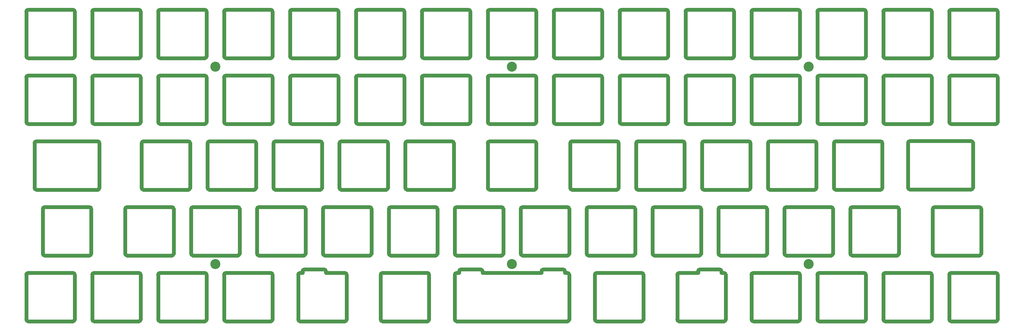
<source format=gbr>
%TF.GenerationSoftware,KiCad,Pcbnew,9.0.4*%
%TF.CreationDate,2026-01-18T18:40:26+01:00*%
%TF.ProjectId,tsuka60-pro-plate,7473756b-6136-4302-9d70-726f2d706c61,rev?*%
%TF.SameCoordinates,Original*%
%TF.FileFunction,Soldermask,Top*%
%TF.FilePolarity,Negative*%
%FSLAX46Y46*%
G04 Gerber Fmt 4.6, Leading zero omitted, Abs format (unit mm)*
G04 Created by KiCad (PCBNEW 9.0.4) date 2026-01-18 18:40:26*
%MOMM*%
%LPD*%
G01*
G04 APERTURE LIST*
%ADD10C,1.100000*%
%ADD11C,2.900000*%
G04 APERTURE END LIST*
D10*
%TO.C,S1*%
X144606250Y-158600000D02*
X144606250Y-171600000D01*
X145106250Y-172100000D02*
X158106250Y-172100000D01*
X145850000Y-158100000D02*
X145850000Y-157599999D01*
X145850606Y-158100000D02*
X145106250Y-158100000D01*
X152100000Y-157099999D02*
X146350000Y-157099999D01*
X152600000Y-158100000D02*
X152600000Y-157599999D01*
X158103486Y-158101116D02*
X152600000Y-158100000D01*
X158606250Y-171600000D02*
X158606250Y-158600000D01*
X189850000Y-158600000D02*
X189850000Y-171600000D01*
X190350000Y-172100000D02*
X203350000Y-172100000D01*
X191093750Y-158100000D02*
X191093750Y-157599999D01*
X191094961Y-158100000D02*
X190350000Y-158100000D01*
X197343750Y-157099999D02*
X191593750Y-157099999D01*
X197843750Y-158100000D02*
X197843750Y-157599999D01*
X199875000Y-172100000D02*
X212875000Y-172100000D01*
X199875000Y-172100000D02*
X212875000Y-172100000D01*
X209400000Y-172100000D02*
X222400000Y-172100000D01*
X214906250Y-158100000D02*
X197843750Y-158100000D01*
X214906250Y-158100000D02*
X214906250Y-157599999D01*
X221156250Y-157099999D02*
X215406250Y-157099999D01*
X221656250Y-158100000D02*
X221656250Y-157599999D01*
X222400000Y-158100000D02*
X221656250Y-158100000D01*
X222900000Y-171600000D02*
X222900000Y-158600000D01*
X254143750Y-158600000D02*
X254143750Y-171600000D01*
X254643750Y-172100000D02*
X267643750Y-172100000D01*
X260150000Y-158100000D02*
X254643750Y-158100000D01*
X260150000Y-158100000D02*
X260150000Y-157599999D01*
X266400000Y-157099999D02*
X260650000Y-157099999D01*
X266900000Y-158100000D02*
X266900000Y-157599999D01*
X267643750Y-158100000D02*
X266900000Y-158100000D01*
X268143750Y-171600000D02*
X268143750Y-158600000D01*
X144606250Y-158600000D02*
G75*
G02*
X145106250Y-158099950I500050J0D01*
G01*
X145106250Y-172100000D02*
G75*
G02*
X144606300Y-171600000I50J500000D01*
G01*
X145850000Y-157599999D02*
G75*
G02*
X146350000Y-157100000I500000J-1D01*
G01*
X152100000Y-157099999D02*
G75*
G02*
X152600001Y-157599999I0J-500001D01*
G01*
X158103486Y-158101116D02*
G75*
G02*
X158603484Y-158601116I14J-499984D01*
G01*
X158606250Y-171600000D02*
G75*
G02*
X158106250Y-172099950I-499950J0D01*
G01*
X189850000Y-158600000D02*
G75*
G02*
X190350000Y-158100000I500000J0D01*
G01*
X190350000Y-172100000D02*
G75*
G02*
X189850000Y-171600000I0J500000D01*
G01*
X191093750Y-157599999D02*
G75*
G02*
X191593750Y-157100050I499950J-1D01*
G01*
X197343750Y-157099999D02*
G75*
G02*
X197843801Y-157599999I-50J-500101D01*
G01*
X214906250Y-157599999D02*
G75*
G02*
X215406250Y-157099999I499998J2D01*
G01*
X221156250Y-157099999D02*
G75*
G02*
X221656250Y-157599999I-1J-500001D01*
G01*
X222397236Y-158101116D02*
G75*
G02*
X222897236Y-158601116I2J-499998D01*
G01*
X222900000Y-171600000D02*
G75*
G02*
X222400000Y-172100000I-499998J-2D01*
G01*
X254143750Y-158600000D02*
G75*
G02*
X254643750Y-158100000I500001J-1D01*
G01*
X254643750Y-172100000D02*
G75*
G02*
X254143750Y-171600000I1J500001D01*
G01*
X260150000Y-157599999D02*
G75*
G02*
X260650000Y-157099999I500001J-1D01*
G01*
X266400000Y-157099999D02*
G75*
G02*
X266900000Y-157599999I-1J-500001D01*
G01*
X267640986Y-158101116D02*
G75*
G02*
X268140986Y-158601116I2J-499998D01*
G01*
X268143750Y-171600000D02*
G75*
G02*
X267643750Y-172100000I-499998J-2D01*
G01*
%TO.C,MX56*%
X266050000Y-139550000D02*
X266050000Y-152550000D01*
X266550000Y-153050000D02*
X279550000Y-153050000D01*
X279550000Y-139050000D02*
X266550000Y-139050000D01*
X280050000Y-152550000D02*
X280050000Y-139550000D01*
X266050000Y-139550000D02*
G75*
G02*
X266550000Y-139050000I500000J0D01*
G01*
X266552764Y-153048884D02*
G75*
G02*
X266052716Y-152548884I36J500084D01*
G01*
X279550000Y-139050000D02*
G75*
G02*
X280050000Y-139550000I-1J-500001D01*
G01*
X280050000Y-152550000D02*
G75*
G02*
X279550000Y-153050000I-500001J1D01*
G01*
%TO.C,MX73*%
X294625000Y-158600000D02*
X294625000Y-171600000D01*
X295125000Y-172100000D02*
X308125000Y-172100000D01*
X308125000Y-158100000D02*
X295125000Y-158100000D01*
X308625000Y-171600000D02*
X308625000Y-158600000D01*
X294625000Y-158600000D02*
G75*
G02*
X295125000Y-158100000I500000J0D01*
G01*
X295127764Y-172098884D02*
G75*
G02*
X294627716Y-171598884I36J500084D01*
G01*
X308125000Y-158100000D02*
G75*
G02*
X308625000Y-158600000I-1J-500001D01*
G01*
X308625000Y-171600000D02*
G75*
G02*
X308125000Y-172100000I-500001J1D01*
G01*
%TO.C,MX39*%
X223187500Y-120500000D02*
X223187500Y-133500000D01*
X223687500Y-134000000D02*
X236687500Y-134000000D01*
X236687500Y-120000000D02*
X223687500Y-120000000D01*
X237187500Y-133500000D02*
X237187500Y-120500000D01*
X223187500Y-120500000D02*
G75*
G02*
X223687500Y-120000000I500000J0D01*
G01*
X223690264Y-133998884D02*
G75*
G02*
X223190216Y-133498884I36J500084D01*
G01*
X236687500Y-120000000D02*
G75*
G02*
X237187500Y-120500000I-1J-500001D01*
G01*
X237187500Y-133500000D02*
G75*
G02*
X236687500Y-134000000I-500001J1D01*
G01*
%TO.C,MX19*%
X123175000Y-101450000D02*
X123175000Y-114450000D01*
X123675000Y-114950000D02*
X136675000Y-114950000D01*
X136675000Y-100950000D02*
X123675000Y-100950000D01*
X137175000Y-114450000D02*
X137175000Y-101450000D01*
X123175000Y-101450000D02*
G75*
G02*
X123675000Y-100950000I500000J0D01*
G01*
X123677764Y-114948884D02*
G75*
G02*
X123177716Y-114448884I36J500084D01*
G01*
X136675000Y-100950000D02*
G75*
G02*
X137175000Y-101450000I-1J-500001D01*
G01*
X137175000Y-114450000D02*
G75*
G02*
X136675000Y-114950000I-500001J1D01*
G01*
%TO.C,MX5*%
X142225000Y-82400000D02*
X142225000Y-95400000D01*
X142725000Y-95900000D02*
X155725000Y-95900000D01*
X155725000Y-81900000D02*
X142725000Y-81900000D01*
X156225000Y-95400000D02*
X156225000Y-82400000D01*
X142225000Y-82400000D02*
G75*
G02*
X142725000Y-81900000I500000J0D01*
G01*
X142727764Y-95898884D02*
G75*
G02*
X142227716Y-95398884I36J500084D01*
G01*
X155725000Y-81900000D02*
G75*
G02*
X156225000Y-82400000I-1J-500001D01*
G01*
X156225000Y-95400000D02*
G75*
G02*
X155725000Y-95900000I-500001J1D01*
G01*
%TO.C,MX16*%
X66025000Y-101450000D02*
X66025000Y-114450000D01*
X66525000Y-114950000D02*
X79525000Y-114950000D01*
X79525000Y-100950000D02*
X66525000Y-100950000D01*
X80025000Y-114450000D02*
X80025000Y-101450000D01*
X66025000Y-101450000D02*
G75*
G02*
X66525000Y-100950000I500000J0D01*
G01*
X66527764Y-114948884D02*
G75*
G02*
X66027716Y-114448884I36J500084D01*
G01*
X79525000Y-100950000D02*
G75*
G02*
X80025000Y-101450000I-1J-500001D01*
G01*
X80025000Y-114450000D02*
G75*
G02*
X79525000Y-114950000I-500001J1D01*
G01*
%TO.C,MX51*%
X151750000Y-139550000D02*
X151750000Y-152550000D01*
X152250000Y-153050000D02*
X165250000Y-153050000D01*
X165250000Y-139050000D02*
X152250000Y-139050000D01*
X165750000Y-152550000D02*
X165750000Y-139550000D01*
X151750000Y-139550000D02*
G75*
G02*
X152250000Y-139050000I500000J0D01*
G01*
X152252764Y-153048884D02*
G75*
G02*
X151752716Y-152548884I36J500084D01*
G01*
X165250000Y-139050000D02*
G75*
G02*
X165750000Y-139550000I-1J-500001D01*
G01*
X165750000Y-152550000D02*
G75*
G02*
X165250000Y-153050000I-500001J1D01*
G01*
%TO.C,MX40*%
X242237500Y-120500000D02*
X242237500Y-133500000D01*
X242737500Y-134000000D02*
X255737500Y-134000000D01*
X255737500Y-120000000D02*
X242737500Y-120000000D01*
X256237500Y-133500000D02*
X256237500Y-120500000D01*
X242237500Y-120500000D02*
G75*
G02*
X242737500Y-120000000I500000J0D01*
G01*
X242740264Y-133998884D02*
G75*
G02*
X242240216Y-133498884I36J500084D01*
G01*
X255737500Y-120000000D02*
G75*
G02*
X256237500Y-120500000I-1J-500001D01*
G01*
X256237500Y-133500000D02*
G75*
G02*
X255737500Y-134000000I-500001J1D01*
G01*
%TO.C,MX8*%
X199375000Y-82400000D02*
X199375000Y-95400000D01*
X199875000Y-95900000D02*
X212875000Y-95900000D01*
X212875000Y-81900000D02*
X199875000Y-81900000D01*
X213375000Y-95400000D02*
X213375000Y-82400000D01*
X199375000Y-82400000D02*
G75*
G02*
X199875000Y-81900000I500000J0D01*
G01*
X199877764Y-95898884D02*
G75*
G02*
X199377716Y-95398884I36J500084D01*
G01*
X212875000Y-81900000D02*
G75*
G02*
X213375000Y-82400000I-1J-500001D01*
G01*
X213375000Y-95400000D02*
G75*
G02*
X212875000Y-95900000I-500001J1D01*
G01*
%TO.C,MX7*%
X180325000Y-82400000D02*
X180325000Y-95400000D01*
X180825000Y-95900000D02*
X193825000Y-95900000D01*
X193825000Y-81900000D02*
X180825000Y-81900000D01*
X194325000Y-95400000D02*
X194325000Y-82400000D01*
X180325000Y-82400000D02*
G75*
G02*
X180825000Y-81900000I500000J0D01*
G01*
X180827764Y-95898884D02*
G75*
G02*
X180327716Y-95398884I36J500084D01*
G01*
X193825000Y-81900000D02*
G75*
G02*
X194325000Y-82400000I-1J-500001D01*
G01*
X194325000Y-95400000D02*
G75*
G02*
X193825000Y-95900000I-500001J1D01*
G01*
%TO.C,MX26*%
X256525000Y-101450000D02*
X256525000Y-114450000D01*
X257025000Y-114950000D02*
X270025000Y-114950000D01*
X270025000Y-100950000D02*
X257025000Y-100950000D01*
X270525000Y-114450000D02*
X270525000Y-101450000D01*
X256525000Y-101450000D02*
G75*
G02*
X257025000Y-100950000I500000J0D01*
G01*
X257027764Y-114948884D02*
G75*
G02*
X256527716Y-114448884I36J500084D01*
G01*
X270025000Y-100950000D02*
G75*
G02*
X270525000Y-101450000I-1J-500001D01*
G01*
X270525000Y-114450000D02*
G75*
G02*
X270025000Y-114950000I-500001J1D01*
G01*
%TO.C,MX68*%
X208900000Y-139550000D02*
X208900000Y-152550000D01*
X209400000Y-153050000D02*
X222400000Y-153050000D01*
X222400000Y-139050000D02*
X209400000Y-139050000D01*
X222900000Y-152550000D02*
X222900000Y-139550000D01*
X208900000Y-139550000D02*
G75*
G02*
X209400000Y-139050000I500000J0D01*
G01*
X209402764Y-153048884D02*
G75*
G02*
X208902716Y-152548884I36J500084D01*
G01*
X222400000Y-139050000D02*
G75*
G02*
X222900000Y-139550000I-1J-500001D01*
G01*
X222900000Y-152550000D02*
G75*
G02*
X222400000Y-153050000I-500001J1D01*
G01*
%TO.C,MX41*%
X261287500Y-120500000D02*
X261287500Y-133500000D01*
X261787500Y-134000000D02*
X274787500Y-134000000D01*
X274787500Y-120000000D02*
X261787500Y-120000000D01*
X275287500Y-133500000D02*
X275287500Y-120500000D01*
X261287500Y-120500000D02*
G75*
G02*
X261787500Y-120000000I500000J0D01*
G01*
X261790264Y-133998884D02*
G75*
G02*
X261290216Y-133498884I36J500084D01*
G01*
X274787500Y-120000000D02*
G75*
G02*
X275287500Y-120500000I-1J-500001D01*
G01*
X275287500Y-133500000D02*
G75*
G02*
X274787500Y-134000000I-500001J1D01*
G01*
%TO.C,MX48*%
X94600000Y-139550000D02*
X94600000Y-152550000D01*
X95100000Y-153050000D02*
X108100000Y-153050000D01*
X108100000Y-139050000D02*
X95100000Y-139050000D01*
X108600000Y-152550000D02*
X108600000Y-139550000D01*
X94600000Y-139550000D02*
G75*
G02*
X95100000Y-139050000I500000J0D01*
G01*
X95102764Y-153048884D02*
G75*
G02*
X94602716Y-152548884I36J500084D01*
G01*
X108100000Y-139050000D02*
G75*
G02*
X108600000Y-139550000I-1J-500001D01*
G01*
X108600000Y-152550000D02*
G75*
G02*
X108100000Y-153050000I-500001J1D01*
G01*
%TO.C,MX22*%
X180325000Y-101450000D02*
X180325000Y-114450000D01*
X180825000Y-114950000D02*
X193825000Y-114950000D01*
X193825000Y-100950000D02*
X180825000Y-100950000D01*
X194325000Y-114450000D02*
X194325000Y-101450000D01*
X180325000Y-101450000D02*
G75*
G02*
X180825000Y-100950000I500000J0D01*
G01*
X180827764Y-114948884D02*
G75*
G02*
X180327716Y-114448884I36J500084D01*
G01*
X193825000Y-100950000D02*
G75*
G02*
X194325000Y-101450000I-1J-500001D01*
G01*
X194325000Y-114450000D02*
G75*
G02*
X193825000Y-114950000I-500001J1D01*
G01*
%TO.C,MX35*%
X137462500Y-120500000D02*
X137462500Y-133500000D01*
X137962500Y-134000000D02*
X150962500Y-134000000D01*
X150962500Y-120000000D02*
X137962500Y-120000000D01*
X151462500Y-133500000D02*
X151462500Y-120500000D01*
X137462500Y-120500000D02*
G75*
G02*
X137962500Y-120000000I500000J0D01*
G01*
X137965264Y-133998884D02*
G75*
G02*
X137465216Y-133498884I36J500084D01*
G01*
X150962500Y-120000000D02*
G75*
G02*
X151462500Y-120500000I-1J-500001D01*
G01*
X151462500Y-133500000D02*
G75*
G02*
X150962500Y-134000000I-500001J1D01*
G01*
%TO.C,MX2*%
X85075000Y-82400000D02*
X85075000Y-95400000D01*
X85575000Y-95900000D02*
X98575000Y-95900000D01*
X98575000Y-81900000D02*
X85575000Y-81900000D01*
X99075000Y-95400000D02*
X99075000Y-82400000D01*
X85075000Y-82400000D02*
G75*
G02*
X85575000Y-81900000I500001J-1D01*
G01*
X85575000Y-95900000D02*
G75*
G02*
X85075000Y-95400000I1J500001D01*
G01*
X98572236Y-81901116D02*
G75*
G02*
X99072284Y-82401116I-36J-500084D01*
G01*
X99075000Y-95400000D02*
G75*
G02*
X98575000Y-95900000I-500000J0D01*
G01*
%TO.C,MX66*%
X168418750Y-158600000D02*
X168418750Y-171600000D01*
X168918750Y-172100000D02*
X181918750Y-172100000D01*
X181918750Y-158100000D02*
X168918750Y-158100000D01*
X182418750Y-171600000D02*
X182418750Y-158600000D01*
X168418750Y-158600000D02*
G75*
G02*
X168918750Y-158100000I500000J0D01*
G01*
X168921514Y-172098884D02*
G75*
G02*
X168421466Y-171598884I36J500084D01*
G01*
X181918750Y-158100000D02*
G75*
G02*
X182418750Y-158600000I-1J-500001D01*
G01*
X182418750Y-171600000D02*
G75*
G02*
X181918750Y-172100000I-500001J1D01*
G01*
%TO.C,MX14*%
X313675000Y-82400000D02*
X313675000Y-95400000D01*
X314175000Y-95900000D02*
X327175000Y-95900000D01*
X327175000Y-81900000D02*
X314175000Y-81900000D01*
X327675000Y-95400000D02*
X327675000Y-82400000D01*
X313675000Y-82400000D02*
G75*
G02*
X314175000Y-81900000I500000J0D01*
G01*
X314177764Y-95898884D02*
G75*
G02*
X313677716Y-95398884I36J500084D01*
G01*
X327175000Y-81900000D02*
G75*
G02*
X327675000Y-82400000I-1J-500001D01*
G01*
X327675000Y-95400000D02*
G75*
G02*
X327175000Y-95900000I-500001J1D01*
G01*
%TO.C,MX54*%
X227950000Y-139550000D02*
X227950000Y-152550000D01*
X228450000Y-153050000D02*
X241450000Y-153050000D01*
X241450000Y-139050000D02*
X228450000Y-139050000D01*
X241950000Y-152550000D02*
X241950000Y-139550000D01*
X227950000Y-139550000D02*
G75*
G02*
X228450000Y-139050000I500000J0D01*
G01*
X228452764Y-153048884D02*
G75*
G02*
X227952716Y-152548884I36J500084D01*
G01*
X241450000Y-139050000D02*
G75*
G02*
X241950000Y-139550000I-1J-500001D01*
G01*
X241950000Y-152550000D02*
G75*
G02*
X241450000Y-153050000I-500001J1D01*
G01*
%TO.C,MX10*%
X237475000Y-82400000D02*
X237475000Y-95400000D01*
X237975000Y-95900000D02*
X250975000Y-95900000D01*
X250975000Y-81900000D02*
X237975000Y-81900000D01*
X251475000Y-95400000D02*
X251475000Y-82400000D01*
X237475000Y-82400000D02*
G75*
G02*
X237975000Y-81900000I500000J0D01*
G01*
X237977764Y-95898884D02*
G75*
G02*
X237477716Y-95398884I36J500084D01*
G01*
X250975000Y-81900000D02*
G75*
G02*
X251475000Y-82400000I-1J-500001D01*
G01*
X251475000Y-95400000D02*
G75*
G02*
X250975000Y-95900000I-500001J1D01*
G01*
%TO.C,MX20*%
X142225000Y-101450000D02*
X142225000Y-114450000D01*
X142725000Y-114950000D02*
X155725000Y-114950000D01*
X155725000Y-100950000D02*
X142725000Y-100950000D01*
X156225000Y-114450000D02*
X156225000Y-101450000D01*
X142225000Y-101450000D02*
G75*
G02*
X142725000Y-100950000I500000J0D01*
G01*
X142727764Y-114948884D02*
G75*
G02*
X142227716Y-114448884I36J500084D01*
G01*
X155725000Y-100950000D02*
G75*
G02*
X156225000Y-101450000I-1J-500001D01*
G01*
X156225000Y-114450000D02*
G75*
G02*
X155725000Y-114950000I-500001J1D01*
G01*
%TO.C,MX32_2*%
X68406250Y-120500000D02*
X68406250Y-133500000D01*
X68906250Y-134000000D02*
X86668750Y-134000000D01*
X86665986Y-120001116D02*
X68906250Y-120000000D01*
X87168750Y-133500000D02*
X87168750Y-120500000D01*
X68406250Y-120500000D02*
G75*
G02*
X68906250Y-120000000I500087J-87D01*
G01*
X68906250Y-134000000D02*
G75*
G02*
X68406250Y-133500000I-36J499964D01*
G01*
X86665986Y-120001116D02*
G75*
G02*
X87166034Y-120501116I-36J-500084D01*
G01*
X87168750Y-133500000D02*
G75*
G02*
X86668750Y-134000000I-500000J0D01*
G01*
%TO.C,MX42*%
X280337500Y-120500000D02*
X280337500Y-133500000D01*
X280837500Y-134000000D02*
X293837500Y-134000000D01*
X293837500Y-120000000D02*
X280837500Y-120000000D01*
X294337500Y-133500000D02*
X294337500Y-120500000D01*
X280337500Y-120500000D02*
G75*
G02*
X280837500Y-120000000I500000J0D01*
G01*
X280840264Y-133998884D02*
G75*
G02*
X280340216Y-133498884I36J500084D01*
G01*
X293837500Y-120000000D02*
G75*
G02*
X294337500Y-120500000I-1J-500001D01*
G01*
X294337500Y-133500000D02*
G75*
G02*
X293837500Y-134000000I-500001J1D01*
G01*
%TO.C,MX24*%
X218425000Y-101450000D02*
X218425000Y-114450000D01*
X218925000Y-114950000D02*
X231925000Y-114950000D01*
X231925000Y-100950000D02*
X218925000Y-100950000D01*
X232425000Y-114450000D02*
X232425000Y-101450000D01*
X218425000Y-101450000D02*
G75*
G02*
X218925000Y-100950000I500000J0D01*
G01*
X218927764Y-114948884D02*
G75*
G02*
X218427716Y-114448884I36J500084D01*
G01*
X231925000Y-100950000D02*
G75*
G02*
X232425000Y-101450000I-1J-500001D01*
G01*
X232425000Y-114450000D02*
G75*
G02*
X231925000Y-114950000I-500001J1D01*
G01*
%TO.C,MX12*%
X275575000Y-82400000D02*
X275575000Y-95400000D01*
X276075000Y-95900000D02*
X289075000Y-95900000D01*
X289075000Y-81900000D02*
X276075000Y-81900000D01*
X289575000Y-95400000D02*
X289575000Y-82400000D01*
X275575000Y-82400000D02*
G75*
G02*
X276075000Y-81900000I500000J0D01*
G01*
X276077764Y-95898884D02*
G75*
G02*
X275577716Y-95398884I36J500084D01*
G01*
X289075000Y-81900000D02*
G75*
G02*
X289575000Y-82400000I-1J-500001D01*
G01*
X289575000Y-95400000D02*
G75*
G02*
X289075000Y-95900000I-500001J1D01*
G01*
%TO.C,MX15*%
X332725000Y-82400000D02*
X332725000Y-95400000D01*
X333225000Y-95900000D02*
X346225000Y-95900000D01*
X346225000Y-81900000D02*
X333225000Y-81900000D01*
X346725000Y-95400000D02*
X346725000Y-82400000D01*
X332725000Y-82400000D02*
G75*
G02*
X333225000Y-81900000I500000J0D01*
G01*
X333227764Y-95898884D02*
G75*
G02*
X332727716Y-95398884I36J500084D01*
G01*
X346225000Y-81900000D02*
G75*
G02*
X346725000Y-82400000I-1J-500001D01*
G01*
X346725000Y-95400000D02*
G75*
G02*
X346225000Y-95900000I-500001J1D01*
G01*
%TO.C,MX50*%
X132700000Y-139550000D02*
X132700000Y-152550000D01*
X133200000Y-153050000D02*
X146200000Y-153050000D01*
X146200000Y-139050000D02*
X133200000Y-139050000D01*
X146700000Y-152550000D02*
X146700000Y-139550000D01*
X132700000Y-139550000D02*
G75*
G02*
X133200000Y-139050000I500000J0D01*
G01*
X133202764Y-153048884D02*
G75*
G02*
X132702716Y-152548884I36J500084D01*
G01*
X146200000Y-139050000D02*
G75*
G02*
X146700000Y-139550000I-1J-500001D01*
G01*
X146700000Y-152550000D02*
G75*
G02*
X146200000Y-153050000I-500001J1D01*
G01*
%TO.C,MX1*%
X66025000Y-82400000D02*
X66025000Y-95400000D01*
X66525000Y-95900000D02*
X79525000Y-95900000D01*
X79525000Y-81900000D02*
X66525000Y-81900000D01*
X80025000Y-95400000D02*
X80025000Y-82400000D01*
X66025000Y-82400000D02*
G75*
G02*
X66525000Y-81900000I500001J-1D01*
G01*
X66525000Y-95900000D02*
G75*
G02*
X66025000Y-95400000I1J500001D01*
G01*
X79522236Y-81901116D02*
G75*
G02*
X80022284Y-82401116I-36J-500084D01*
G01*
X80025000Y-95400000D02*
G75*
G02*
X79525000Y-95900000I-500000J0D01*
G01*
%TO.C,MX29*%
X313675000Y-101450000D02*
X313675000Y-114450000D01*
X314175000Y-114950000D02*
X327175000Y-114950000D01*
X327175000Y-100950000D02*
X314175000Y-100950000D01*
X327675000Y-114450000D02*
X327675000Y-101450000D01*
X313675000Y-101450000D02*
G75*
G02*
X314175000Y-100950000I500000J0D01*
G01*
X314177764Y-114948884D02*
G75*
G02*
X313677716Y-114448884I36J500084D01*
G01*
X327175000Y-100950000D02*
G75*
G02*
X327675000Y-101450000I-1J-500001D01*
G01*
X327675000Y-114450000D02*
G75*
G02*
X327175000Y-114950000I-500001J1D01*
G01*
%TO.C,MX57*%
X285100000Y-139550000D02*
X285100000Y-152550000D01*
X285600000Y-153050000D02*
X298600000Y-153050000D01*
X298600000Y-139050000D02*
X285600000Y-139050000D01*
X299100000Y-152550000D02*
X299100000Y-139550000D01*
X285100000Y-139550000D02*
G75*
G02*
X285600000Y-139050000I500000J0D01*
G01*
X285602764Y-153048884D02*
G75*
G02*
X285102716Y-152548884I36J500084D01*
G01*
X298600000Y-139050000D02*
G75*
G02*
X299100000Y-139550000I-1J-500001D01*
G01*
X299100000Y-152550000D02*
G75*
G02*
X298600000Y-153050000I-500001J1D01*
G01*
%TO.C,MX18*%
X104125000Y-101450000D02*
X104125000Y-114450000D01*
X104625000Y-114950000D02*
X117625000Y-114950000D01*
X117625000Y-100950000D02*
X104625000Y-100950000D01*
X118125000Y-114450000D02*
X118125000Y-101450000D01*
X104125000Y-101450000D02*
G75*
G02*
X104625000Y-100950000I500000J0D01*
G01*
X104627764Y-114948884D02*
G75*
G02*
X104127716Y-114448884I36J500084D01*
G01*
X117625000Y-100950000D02*
G75*
G02*
X118125000Y-101450000I-1J-500001D01*
G01*
X118125000Y-114450000D02*
G75*
G02*
X117625000Y-114950000I-500001J1D01*
G01*
%TO.C,MX21*%
X161275000Y-101450000D02*
X161275000Y-114450000D01*
X161775000Y-114950000D02*
X174775000Y-114950000D01*
X174775000Y-100950000D02*
X161775000Y-100950000D01*
X175275000Y-114450000D02*
X175275000Y-101450000D01*
X161275000Y-101450000D02*
G75*
G02*
X161775000Y-100950000I500000J0D01*
G01*
X161777764Y-114948884D02*
G75*
G02*
X161277716Y-114448884I36J500084D01*
G01*
X174775000Y-100950000D02*
G75*
G02*
X175275000Y-101450000I-1J-500001D01*
G01*
X175275000Y-114450000D02*
G75*
G02*
X174775000Y-114950000I-500001J1D01*
G01*
%TO.C,MX59*%
X327962500Y-139550000D02*
X327962500Y-152550000D01*
X328462500Y-153050000D02*
X341462500Y-153050000D01*
X341462500Y-139050000D02*
X328462500Y-139050000D01*
X341962500Y-152550000D02*
X341962500Y-139550000D01*
X327962500Y-139550000D02*
G75*
G02*
X328462500Y-139050000I500000J0D01*
G01*
X328465264Y-153048884D02*
G75*
G02*
X327965216Y-152548884I36J500084D01*
G01*
X341462500Y-139050000D02*
G75*
G02*
X341962500Y-139550000I-1J-500001D01*
G01*
X341962500Y-152550000D02*
G75*
G02*
X341462500Y-153050000I-500001J1D01*
G01*
%TO.C,MX43*%
X299387500Y-120500000D02*
X299387500Y-133500000D01*
X299887500Y-134000000D02*
X312887500Y-134000000D01*
X312887500Y-120000000D02*
X299887500Y-120000000D01*
X313387500Y-133500000D02*
X313387500Y-120500000D01*
X299387500Y-120500000D02*
G75*
G02*
X299887500Y-120000000I500000J0D01*
G01*
X299890264Y-133998884D02*
G75*
G02*
X299390216Y-133498884I36J500084D01*
G01*
X312887500Y-120000000D02*
G75*
G02*
X313387500Y-120500000I-1J-500001D01*
G01*
X313387500Y-133500000D02*
G75*
G02*
X312887500Y-134000000I-500001J1D01*
G01*
%TO.C,MX75*%
X332725000Y-158600000D02*
X332725000Y-171600000D01*
X333225000Y-172100000D02*
X346225000Y-172100000D01*
X346225000Y-158100000D02*
X333225000Y-158100000D01*
X346725000Y-171600000D02*
X346725000Y-158600000D01*
X332725000Y-158600000D02*
G75*
G02*
X333225000Y-158100000I500000J0D01*
G01*
X333227764Y-172098884D02*
G75*
G02*
X332727716Y-171598884I36J500084D01*
G01*
X346225000Y-158100000D02*
G75*
G02*
X346725000Y-158600000I-1J-500001D01*
G01*
X346725000Y-171600000D02*
G75*
G02*
X346225000Y-172100000I-500001J1D01*
G01*
%TO.C,MX38*%
X199375000Y-120500000D02*
X199375000Y-133500000D01*
X199875000Y-134000000D02*
X212875000Y-134000000D01*
X212875000Y-120000000D02*
X199875000Y-120000000D01*
X213375000Y-133500000D02*
X213375000Y-120500000D01*
X199375000Y-120500000D02*
G75*
G02*
X199875000Y-120000000I500000J0D01*
G01*
X199877764Y-133998884D02*
G75*
G02*
X199377716Y-133498884I36J500084D01*
G01*
X212875000Y-120000000D02*
G75*
G02*
X213375000Y-120500000I-1J-500001D01*
G01*
X213375000Y-133500000D02*
G75*
G02*
X212875000Y-134000000I-500001J1D01*
G01*
%TO.C,MX36*%
X156512500Y-120500000D02*
X156512500Y-133500000D01*
X157012500Y-134000000D02*
X170012500Y-134000000D01*
X170012500Y-120000000D02*
X157012500Y-120000000D01*
X170512500Y-133500000D02*
X170512500Y-120500000D01*
X156512500Y-120500000D02*
G75*
G02*
X157012500Y-120000000I500000J0D01*
G01*
X157015264Y-133998884D02*
G75*
G02*
X156515216Y-133498884I36J500084D01*
G01*
X170012500Y-120000000D02*
G75*
G02*
X170512500Y-120500000I-1J-500001D01*
G01*
X170512500Y-133500000D02*
G75*
G02*
X170012500Y-134000000I-500001J1D01*
G01*
%TO.C,MX11*%
X256525000Y-82400000D02*
X256525000Y-95400000D01*
X257025000Y-95900000D02*
X270025000Y-95900000D01*
X270025000Y-81900000D02*
X257025000Y-81900000D01*
X270525000Y-95400000D02*
X270525000Y-82400000D01*
X256525000Y-82400000D02*
G75*
G02*
X257025000Y-81900000I500000J0D01*
G01*
X257027764Y-95898884D02*
G75*
G02*
X256527716Y-95398884I36J500084D01*
G01*
X270025000Y-81900000D02*
G75*
G02*
X270525000Y-82400000I-1J-500001D01*
G01*
X270525000Y-95400000D02*
G75*
G02*
X270025000Y-95900000I-500001J1D01*
G01*
%TO.C,MX61*%
X66025000Y-158600000D02*
X66025000Y-171600000D01*
X66525000Y-172100000D02*
X79525000Y-172100000D01*
X79525000Y-158100000D02*
X66525000Y-158100000D01*
X80025000Y-171600000D02*
X80025000Y-158600000D01*
X66025000Y-158600000D02*
G75*
G02*
X66525000Y-158100000I500000J0D01*
G01*
X66527764Y-172098884D02*
G75*
G02*
X66027716Y-171598884I36J500084D01*
G01*
X79525000Y-158100000D02*
G75*
G02*
X80025000Y-158600000I-1J-500001D01*
G01*
X80025000Y-171600000D02*
G75*
G02*
X79525000Y-172100000I-500001J1D01*
G01*
%TO.C,MX27*%
X275575000Y-101450000D02*
X275575000Y-114450000D01*
X276075000Y-114950000D02*
X289075000Y-114950000D01*
X289075000Y-100950000D02*
X276075000Y-100950000D01*
X289575000Y-114450000D02*
X289575000Y-101450000D01*
X275575000Y-101450000D02*
G75*
G02*
X276075000Y-100950000I500000J0D01*
G01*
X276077764Y-114948884D02*
G75*
G02*
X275577716Y-114448884I36J500084D01*
G01*
X289075000Y-100950000D02*
G75*
G02*
X289575000Y-101450000I-1J-500001D01*
G01*
X289575000Y-114450000D02*
G75*
G02*
X289075000Y-114950000I-500001J1D01*
G01*
%TO.C,MX47*%
X70787500Y-139550000D02*
X70787500Y-152550000D01*
X71287500Y-153050000D02*
X84287500Y-153050000D01*
X84287500Y-139050000D02*
X71287500Y-139050000D01*
X84787500Y-152550000D02*
X84787500Y-139550000D01*
X70787500Y-139550000D02*
G75*
G02*
X71287500Y-139050000I500000J0D01*
G01*
X71290264Y-153048884D02*
G75*
G02*
X70790216Y-152548884I36J500084D01*
G01*
X84287500Y-139050000D02*
G75*
G02*
X84787500Y-139550000I-1J-500001D01*
G01*
X84787500Y-152550000D02*
G75*
G02*
X84287500Y-153050000I-500001J1D01*
G01*
%TO.C,MX3*%
X104125000Y-82400000D02*
X104125000Y-95400000D01*
X104625000Y-95900000D02*
X117625000Y-95900000D01*
X117625000Y-81900000D02*
X104625000Y-81900000D01*
X118125000Y-95400000D02*
X118125000Y-82400000D01*
X104125000Y-82400000D02*
G75*
G02*
X104625000Y-81900000I500000J0D01*
G01*
X104627764Y-95898884D02*
G75*
G02*
X104127716Y-95398884I36J500084D01*
G01*
X117625000Y-81900000D02*
G75*
G02*
X118125000Y-82400000I-1J-500001D01*
G01*
X118125000Y-95400000D02*
G75*
G02*
X117625000Y-95900000I-500001J1D01*
G01*
%TO.C,MX33*%
X99362500Y-120500000D02*
X99362500Y-133500000D01*
X99862500Y-134000000D02*
X112862500Y-134000000D01*
X112862500Y-120000000D02*
X99862500Y-120000000D01*
X113362500Y-133500000D02*
X113362500Y-120500000D01*
X99362500Y-120500000D02*
G75*
G02*
X99862500Y-120000000I500000J0D01*
G01*
X99865264Y-133998884D02*
G75*
G02*
X99365216Y-133498884I36J500084D01*
G01*
X112862500Y-120000000D02*
G75*
G02*
X113362500Y-120500000I-1J-500001D01*
G01*
X113362500Y-133500000D02*
G75*
G02*
X112862500Y-134000000I-500001J1D01*
G01*
%TO.C,MX49*%
X113650000Y-139550000D02*
X113650000Y-152550000D01*
X114150000Y-153050000D02*
X127150000Y-153050000D01*
X127150000Y-139050000D02*
X114150000Y-139050000D01*
X127650000Y-152550000D02*
X127650000Y-139550000D01*
X113650000Y-139550000D02*
G75*
G02*
X114150000Y-139050000I500000J0D01*
G01*
X114152764Y-153048884D02*
G75*
G02*
X113652716Y-152548884I36J500084D01*
G01*
X127150000Y-139050000D02*
G75*
G02*
X127650000Y-139550000I-1J-500001D01*
G01*
X127650000Y-152550000D02*
G75*
G02*
X127150000Y-153050000I-500001J1D01*
G01*
%TO.C,MX64*%
X123175000Y-158600000D02*
X123175000Y-171600000D01*
X123675000Y-172100000D02*
X136675000Y-172100000D01*
X136675000Y-158100000D02*
X123675000Y-158100000D01*
X137175000Y-171600000D02*
X137175000Y-158600000D01*
X123175000Y-158600000D02*
G75*
G02*
X123675000Y-158100000I500000J0D01*
G01*
X123677764Y-172098884D02*
G75*
G02*
X123177716Y-171598884I36J500084D01*
G01*
X136675000Y-158100000D02*
G75*
G02*
X137175000Y-158600000I-1J-500001D01*
G01*
X137175000Y-171600000D02*
G75*
G02*
X136675000Y-172100000I-500001J1D01*
G01*
%TO.C,MX23*%
X199375000Y-101450000D02*
X199375000Y-114450000D01*
X199875000Y-114950000D02*
X212875000Y-114950000D01*
X212875000Y-100950000D02*
X199875000Y-100950000D01*
X213375000Y-114450000D02*
X213375000Y-101450000D01*
X199375000Y-101450000D02*
G75*
G02*
X199875000Y-100950000I500000J0D01*
G01*
X199877764Y-114948884D02*
G75*
G02*
X199377716Y-114448884I36J500084D01*
G01*
X212875000Y-100950000D02*
G75*
G02*
X213375000Y-101450000I-1J-500001D01*
G01*
X213375000Y-114450000D02*
G75*
G02*
X212875000Y-114950000I-500001J1D01*
G01*
%TO.C,MX13*%
X294625000Y-82400000D02*
X294625000Y-95400000D01*
X295125000Y-95900000D02*
X308125000Y-95900000D01*
X308125000Y-81900000D02*
X295125000Y-81900000D01*
X308625000Y-95400000D02*
X308625000Y-82400000D01*
X294625000Y-82400000D02*
G75*
G02*
X295125000Y-81900000I500000J0D01*
G01*
X295127764Y-95898884D02*
G75*
G02*
X294627716Y-95398884I36J500084D01*
G01*
X308125000Y-81900000D02*
G75*
G02*
X308625000Y-82400000I-1J-500001D01*
G01*
X308625000Y-95400000D02*
G75*
G02*
X308125000Y-95900000I-500001J1D01*
G01*
%TO.C,MX9*%
X218425000Y-82400000D02*
X218425000Y-95400000D01*
X218925000Y-95900000D02*
X231925000Y-95900000D01*
X231925000Y-81900000D02*
X218925000Y-81900000D01*
X232425000Y-95400000D02*
X232425000Y-82400000D01*
X218425000Y-82400000D02*
G75*
G02*
X218925000Y-81900000I500000J0D01*
G01*
X218927764Y-95898884D02*
G75*
G02*
X218427716Y-95398884I36J500084D01*
G01*
X231925000Y-81900000D02*
G75*
G02*
X232425000Y-82400000I-1J-500001D01*
G01*
X232425000Y-95400000D02*
G75*
G02*
X231925000Y-95900000I-500001J1D01*
G01*
%TO.C,MX34*%
X118412500Y-120500000D02*
X118412500Y-133500000D01*
X118912500Y-134000000D02*
X131912500Y-134000000D01*
X131912500Y-120000000D02*
X118912500Y-120000000D01*
X132412500Y-133500000D02*
X132412500Y-120500000D01*
X118412500Y-120500000D02*
G75*
G02*
X118912500Y-120000000I500000J0D01*
G01*
X118915264Y-133998884D02*
G75*
G02*
X118415216Y-133498884I36J500084D01*
G01*
X131912500Y-120000000D02*
G75*
G02*
X132412500Y-120500000I-1J-500001D01*
G01*
X132412500Y-133500000D02*
G75*
G02*
X131912500Y-134000000I-500001J1D01*
G01*
%TO.C,MX63*%
X104125000Y-158600000D02*
X104125000Y-171600000D01*
X104625000Y-172100000D02*
X117625000Y-172100000D01*
X117625000Y-158100000D02*
X104625000Y-158100000D01*
X118125000Y-171600000D02*
X118125000Y-158600000D01*
X104125000Y-158600000D02*
G75*
G02*
X104625000Y-158100000I500000J0D01*
G01*
X104627764Y-172098884D02*
G75*
G02*
X104127716Y-171598884I36J500084D01*
G01*
X117625000Y-158100000D02*
G75*
G02*
X118125000Y-158600000I-1J-500001D01*
G01*
X118125000Y-171600000D02*
G75*
G02*
X117625000Y-172100000I-500001J1D01*
G01*
%TO.C,MX53*%
X189850000Y-139550000D02*
X189850000Y-152550000D01*
X190350000Y-153050000D02*
X203350000Y-153050000D01*
X203350000Y-139050000D02*
X190350000Y-139050000D01*
X203850000Y-152550000D02*
X203850000Y-139550000D01*
X189850000Y-139550000D02*
G75*
G02*
X190350000Y-139050000I500000J0D01*
G01*
X190352764Y-153048884D02*
G75*
G02*
X189852716Y-152548884I36J500084D01*
G01*
X203350000Y-139050000D02*
G75*
G02*
X203850000Y-139550000I-1J-500001D01*
G01*
X203850000Y-152550000D02*
G75*
G02*
X203350000Y-153050000I-500001J1D01*
G01*
%TO.C,MX74*%
X313675000Y-158600000D02*
X313675000Y-171600000D01*
X314175000Y-172100000D02*
X327175000Y-172100000D01*
X327175000Y-158100000D02*
X314175000Y-158100000D01*
X327675000Y-171600000D02*
X327675000Y-158600000D01*
X313675000Y-158600000D02*
G75*
G02*
X314175000Y-158100000I500000J0D01*
G01*
X314177764Y-172098884D02*
G75*
G02*
X313677716Y-171598884I36J500084D01*
G01*
X327175000Y-158100000D02*
G75*
G02*
X327675000Y-158600000I-1J-500001D01*
G01*
X327675000Y-171600000D02*
G75*
G02*
X327175000Y-172100000I-500001J1D01*
G01*
%TO.C,MX4*%
X123175000Y-82400000D02*
X123175000Y-95400000D01*
X123675000Y-95900000D02*
X136675000Y-95900000D01*
X136675000Y-81900000D02*
X123675000Y-81900000D01*
X137175000Y-95400000D02*
X137175000Y-82400000D01*
X123175000Y-82400000D02*
G75*
G02*
X123675000Y-81900000I500000J0D01*
G01*
X123677764Y-95898884D02*
G75*
G02*
X123177716Y-95398884I36J500084D01*
G01*
X136675000Y-81900000D02*
G75*
G02*
X137175000Y-82400000I-1J-500001D01*
G01*
X137175000Y-95400000D02*
G75*
G02*
X136675000Y-95900000I-500001J1D01*
G01*
%TO.C,MX52*%
X170800000Y-139550000D02*
X170800000Y-152550000D01*
X171300000Y-153050000D02*
X184300000Y-153050000D01*
X184300000Y-139050000D02*
X171300000Y-139050000D01*
X184800000Y-152550000D02*
X184800000Y-139550000D01*
X170800000Y-139550000D02*
G75*
G02*
X171300000Y-139050000I500000J0D01*
G01*
X171302764Y-153048884D02*
G75*
G02*
X170802716Y-152548884I36J500084D01*
G01*
X184300000Y-139050000D02*
G75*
G02*
X184800000Y-139550000I-1J-500001D01*
G01*
X184800000Y-152550000D02*
G75*
G02*
X184300000Y-153050000I-500001J1D01*
G01*
%TO.C,MX55*%
X247000000Y-139550000D02*
X247000000Y-152550000D01*
X247500000Y-153050000D02*
X260500000Y-153050000D01*
X260500000Y-139050000D02*
X247500000Y-139050000D01*
X261000000Y-152550000D02*
X261000000Y-139550000D01*
X247000000Y-139550000D02*
G75*
G02*
X247500000Y-139050000I500000J0D01*
G01*
X247502764Y-153048884D02*
G75*
G02*
X247002716Y-152548884I36J500084D01*
G01*
X260500000Y-139050000D02*
G75*
G02*
X261000000Y-139550000I-1J-500001D01*
G01*
X261000000Y-152550000D02*
G75*
G02*
X260500000Y-153050000I-500001J1D01*
G01*
%TO.C,MX25*%
X237475000Y-101450000D02*
X237475000Y-114450000D01*
X237975000Y-114950000D02*
X250975000Y-114950000D01*
X250975000Y-100950000D02*
X237975000Y-100950000D01*
X251475000Y-114450000D02*
X251475000Y-101450000D01*
X237475000Y-101450000D02*
G75*
G02*
X237975000Y-100950000I500000J0D01*
G01*
X237977764Y-114948884D02*
G75*
G02*
X237477716Y-114448884I36J500084D01*
G01*
X250975000Y-100950000D02*
G75*
G02*
X251475000Y-101450000I-1J-500001D01*
G01*
X251475000Y-114450000D02*
G75*
G02*
X250975000Y-114950000I-500001J1D01*
G01*
%TO.C,MX72*%
X275575000Y-158600000D02*
X275575000Y-171600000D01*
X276075000Y-172100000D02*
X289075000Y-172100000D01*
X289075000Y-158100000D02*
X276075000Y-158100000D01*
X289575000Y-171600000D02*
X289575000Y-158600000D01*
X275575000Y-158600000D02*
G75*
G02*
X276075000Y-158100000I500000J0D01*
G01*
X276077764Y-172098884D02*
G75*
G02*
X275577716Y-171598884I36J500084D01*
G01*
X289075000Y-158100000D02*
G75*
G02*
X289575000Y-158600000I-1J-500001D01*
G01*
X289575000Y-171600000D02*
G75*
G02*
X289075000Y-172100000I-500001J1D01*
G01*
%TO.C,MX30*%
X332725000Y-101450000D02*
X332725000Y-114450000D01*
X333225000Y-114950000D02*
X346225000Y-114950000D01*
X346225000Y-100950000D02*
X333225000Y-100950000D01*
X346725000Y-114450000D02*
X346725000Y-101450000D01*
X332725000Y-101450000D02*
G75*
G02*
X333225000Y-100950000I500000J0D01*
G01*
X333227764Y-114948884D02*
G75*
G02*
X332727716Y-114448884I36J500084D01*
G01*
X346225000Y-100950000D02*
G75*
G02*
X346725000Y-101450000I-1J-500001D01*
G01*
X346725000Y-114450000D02*
G75*
G02*
X346225000Y-114950000I-500001J1D01*
G01*
%TO.C,MX58*%
X304150000Y-139550000D02*
X304150000Y-152550000D01*
X304650000Y-153050000D02*
X317650000Y-153050000D01*
X317650000Y-139050000D02*
X304650000Y-139050000D01*
X318150000Y-152550000D02*
X318150000Y-139550000D01*
X304150000Y-139550000D02*
G75*
G02*
X304650000Y-139050000I500000J0D01*
G01*
X304652764Y-153048884D02*
G75*
G02*
X304152716Y-152548884I36J500084D01*
G01*
X317650000Y-139050000D02*
G75*
G02*
X318150000Y-139550000I-1J-500001D01*
G01*
X318150000Y-152550000D02*
G75*
G02*
X317650000Y-153050000I-500001J1D01*
G01*
%TO.C,MX17*%
X85075000Y-101450000D02*
X85075000Y-114450000D01*
X85575000Y-114950000D02*
X98575000Y-114950000D01*
X98575000Y-100950000D02*
X85575000Y-100950000D01*
X99075000Y-114450000D02*
X99075000Y-101450000D01*
X85075000Y-101450000D02*
G75*
G02*
X85575000Y-100950000I500000J0D01*
G01*
X85577764Y-114948884D02*
G75*
G02*
X85077716Y-114448884I36J500084D01*
G01*
X98575000Y-100950000D02*
G75*
G02*
X99075000Y-101450000I-1J-500001D01*
G01*
X99075000Y-114450000D02*
G75*
G02*
X98575000Y-114950000I-500001J1D01*
G01*
%TO.C,MX70*%
X230331250Y-158600000D02*
X230331250Y-171600000D01*
X230831250Y-172100000D02*
X243831250Y-172100000D01*
X243831250Y-158100000D02*
X230831250Y-158100000D01*
X244331250Y-171600000D02*
X244331250Y-158600000D01*
X230331250Y-158600000D02*
G75*
G02*
X230831250Y-158100000I500000J0D01*
G01*
X230834014Y-172098884D02*
G75*
G02*
X230333966Y-171598884I36J500084D01*
G01*
X243831250Y-158100000D02*
G75*
G02*
X244331250Y-158600000I-1J-500001D01*
G01*
X244331250Y-171600000D02*
G75*
G02*
X243831250Y-172100000I-500001J1D01*
G01*
%TO.C,MX28*%
X294625000Y-101450000D02*
X294625000Y-114450000D01*
X295125000Y-114950000D02*
X308125000Y-114950000D01*
X308125000Y-100950000D02*
X295125000Y-100950000D01*
X308625000Y-114450000D02*
X308625000Y-101450000D01*
X294625000Y-101450000D02*
G75*
G02*
X295125000Y-100950000I500000J0D01*
G01*
X295127764Y-114948884D02*
G75*
G02*
X294627716Y-114448884I36J500084D01*
G01*
X308125000Y-100950000D02*
G75*
G02*
X308625000Y-101450000I-1J-500001D01*
G01*
X308625000Y-114450000D02*
G75*
G02*
X308125000Y-114950000I-500001J1D01*
G01*
%TO.C,MX37*%
X175562500Y-120500000D02*
X175562500Y-133500000D01*
X176062500Y-134000000D02*
X189062500Y-134000000D01*
X189062500Y-120000000D02*
X176062500Y-120000000D01*
X189562500Y-133500000D02*
X189562500Y-120500000D01*
X175562500Y-120500000D02*
G75*
G02*
X176062500Y-120000000I500000J0D01*
G01*
X176065264Y-133998884D02*
G75*
G02*
X175565216Y-133498884I36J500084D01*
G01*
X189062500Y-120000000D02*
G75*
G02*
X189562500Y-120500000I-1J-500001D01*
G01*
X189562500Y-133500000D02*
G75*
G02*
X189062500Y-134000000I-500001J1D01*
G01*
%TO.C,MX44_2*%
X320818750Y-120437500D02*
X320818750Y-133437500D01*
X321318750Y-133937500D02*
X339081250Y-133937500D01*
X339078486Y-119938616D02*
X321318750Y-119937500D01*
X339581250Y-133437500D02*
X339581250Y-120437500D01*
X320818750Y-120437500D02*
G75*
G02*
X321318750Y-119937500I500087J-87D01*
G01*
X321318750Y-133937500D02*
G75*
G02*
X320818750Y-133437500I-36J499964D01*
G01*
X339078486Y-119938616D02*
G75*
G02*
X339578534Y-120438616I-36J-500084D01*
G01*
X339581250Y-133437500D02*
G75*
G02*
X339081250Y-133937500I-500000J0D01*
G01*
%TO.C,MX62*%
X85075000Y-158600000D02*
X85075000Y-171600000D01*
X85575000Y-172100000D02*
X98575000Y-172100000D01*
X98575000Y-158100000D02*
X85575000Y-158100000D01*
X99075000Y-171600000D02*
X99075000Y-158600000D01*
X85075000Y-158600000D02*
G75*
G02*
X85575000Y-158100000I500000J0D01*
G01*
X85577764Y-172098884D02*
G75*
G02*
X85077716Y-171598884I36J500084D01*
G01*
X98575000Y-158100000D02*
G75*
G02*
X99075000Y-158600000I-1J-500001D01*
G01*
X99075000Y-171600000D02*
G75*
G02*
X98575000Y-172100000I-500001J1D01*
G01*
%TO.C,MX6*%
X161275000Y-82400000D02*
X161275000Y-95400000D01*
X161775000Y-95900000D02*
X174775000Y-95900000D01*
X174775000Y-81900000D02*
X161775000Y-81900000D01*
X175275000Y-95400000D02*
X175275000Y-82400000D01*
X161275000Y-82400000D02*
G75*
G02*
X161775000Y-81900000I500000J0D01*
G01*
X161777764Y-95898884D02*
G75*
G02*
X161277716Y-95398884I36J500084D01*
G01*
X174775000Y-81900000D02*
G75*
G02*
X175275000Y-82400000I-1J-500001D01*
G01*
X175275000Y-95400000D02*
G75*
G02*
X174775000Y-95900000I-500001J1D01*
G01*
%TD*%
D11*
%TO.C,H1*%
X120650000Y-98425000D03*
%TD*%
%TO.C,H2*%
X206375000Y-98425000D03*
%TD*%
%TO.C,H5*%
X206375000Y-155575000D03*
%TD*%
%TO.C,H6*%
X292100000Y-155575000D03*
%TD*%
%TO.C,H4*%
X120650000Y-155575000D03*
%TD*%
%TO.C,H3*%
X292100000Y-98425000D03*
%TD*%
M02*

</source>
